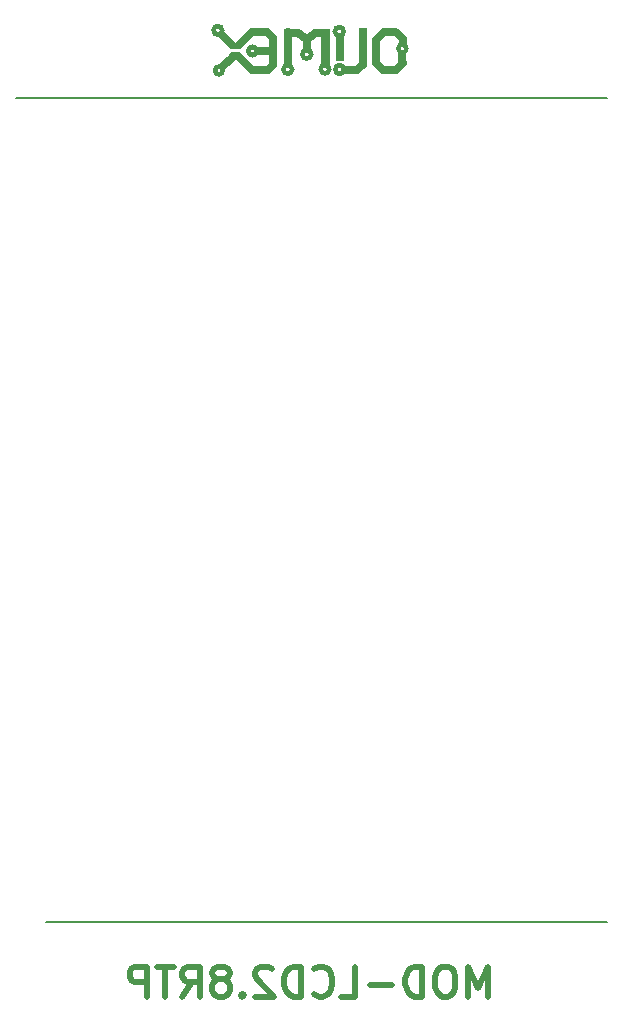
<source format=gbr>
G04 #@! TF.GenerationSoftware,KiCad,Pcbnew,5.1.6-c6e7f7d~87~ubuntu18.04.1*
G04 #@! TF.CreationDate,2022-09-30T15:40:45+03:00*
G04 #@! TF.ProjectId,MOD-LCD2.8RTP_Rev_C,4d4f442d-4c43-4443-922e-385254505f52,C*
G04 #@! TF.SameCoordinates,Original*
G04 #@! TF.FileFunction,Legend,Bot*
G04 #@! TF.FilePolarity,Positive*
%FSLAX46Y46*%
G04 Gerber Fmt 4.6, Leading zero omitted, Abs format (unit mm)*
G04 Created by KiCad (PCBNEW 5.1.6-c6e7f7d~87~ubuntu18.04.1) date 2022-09-30 15:40:45*
%MOMM*%
%LPD*%
G01*
G04 APERTURE LIST*
%ADD10C,0.508000*%
%ADD11C,0.200000*%
%ADD12C,0.100000*%
%ADD13C,0.700000*%
%ADD14C,0.400000*%
%ADD15C,0.500000*%
G04 APERTURE END LIST*
D10*
X84969047Y-139071047D02*
X84969047Y-136531047D01*
X84122380Y-138345333D01*
X83275714Y-136531047D01*
X83275714Y-139071047D01*
X81582380Y-136531047D02*
X81098571Y-136531047D01*
X80856666Y-136652000D01*
X80614761Y-136893904D01*
X80493809Y-137377714D01*
X80493809Y-138224380D01*
X80614761Y-138708190D01*
X80856666Y-138950095D01*
X81098571Y-139071047D01*
X81582380Y-139071047D01*
X81824285Y-138950095D01*
X82066190Y-138708190D01*
X82187142Y-138224380D01*
X82187142Y-137377714D01*
X82066190Y-136893904D01*
X81824285Y-136652000D01*
X81582380Y-136531047D01*
X79405238Y-139071047D02*
X79405238Y-136531047D01*
X78800476Y-136531047D01*
X78437619Y-136652000D01*
X78195714Y-136893904D01*
X78074761Y-137135809D01*
X77953809Y-137619619D01*
X77953809Y-137982476D01*
X78074761Y-138466285D01*
X78195714Y-138708190D01*
X78437619Y-138950095D01*
X78800476Y-139071047D01*
X79405238Y-139071047D01*
X76865238Y-138103428D02*
X74930000Y-138103428D01*
X72510952Y-139071047D02*
X73720476Y-139071047D01*
X73720476Y-136531047D01*
X70212857Y-138829142D02*
X70333809Y-138950095D01*
X70696666Y-139071047D01*
X70938571Y-139071047D01*
X71301428Y-138950095D01*
X71543333Y-138708190D01*
X71664285Y-138466285D01*
X71785238Y-137982476D01*
X71785238Y-137619619D01*
X71664285Y-137135809D01*
X71543333Y-136893904D01*
X71301428Y-136652000D01*
X70938571Y-136531047D01*
X70696666Y-136531047D01*
X70333809Y-136652000D01*
X70212857Y-136772952D01*
X69124285Y-139071047D02*
X69124285Y-136531047D01*
X68519523Y-136531047D01*
X68156666Y-136652000D01*
X67914761Y-136893904D01*
X67793809Y-137135809D01*
X67672857Y-137619619D01*
X67672857Y-137982476D01*
X67793809Y-138466285D01*
X67914761Y-138708190D01*
X68156666Y-138950095D01*
X68519523Y-139071047D01*
X69124285Y-139071047D01*
X66705238Y-136772952D02*
X66584285Y-136652000D01*
X66342380Y-136531047D01*
X65737619Y-136531047D01*
X65495714Y-136652000D01*
X65374761Y-136772952D01*
X65253809Y-137014857D01*
X65253809Y-137256761D01*
X65374761Y-137619619D01*
X66826190Y-139071047D01*
X65253809Y-139071047D01*
X64165238Y-138829142D02*
X64044285Y-138950095D01*
X64165238Y-139071047D01*
X64286190Y-138950095D01*
X64165238Y-138829142D01*
X64165238Y-139071047D01*
X62592857Y-137619619D02*
X62834761Y-137498666D01*
X62955714Y-137377714D01*
X63076666Y-137135809D01*
X63076666Y-137014857D01*
X62955714Y-136772952D01*
X62834761Y-136652000D01*
X62592857Y-136531047D01*
X62109047Y-136531047D01*
X61867142Y-136652000D01*
X61746190Y-136772952D01*
X61625238Y-137014857D01*
X61625238Y-137135809D01*
X61746190Y-137377714D01*
X61867142Y-137498666D01*
X62109047Y-137619619D01*
X62592857Y-137619619D01*
X62834761Y-137740571D01*
X62955714Y-137861523D01*
X63076666Y-138103428D01*
X63076666Y-138587238D01*
X62955714Y-138829142D01*
X62834761Y-138950095D01*
X62592857Y-139071047D01*
X62109047Y-139071047D01*
X61867142Y-138950095D01*
X61746190Y-138829142D01*
X61625238Y-138587238D01*
X61625238Y-138103428D01*
X61746190Y-137861523D01*
X61867142Y-137740571D01*
X62109047Y-137619619D01*
X59085238Y-139071047D02*
X59931904Y-137861523D01*
X60536666Y-139071047D02*
X60536666Y-136531047D01*
X59569047Y-136531047D01*
X59327142Y-136652000D01*
X59206190Y-136772952D01*
X59085238Y-137014857D01*
X59085238Y-137377714D01*
X59206190Y-137619619D01*
X59327142Y-137740571D01*
X59569047Y-137861523D01*
X60536666Y-137861523D01*
X58359523Y-136531047D02*
X56908095Y-136531047D01*
X57633809Y-139071047D02*
X57633809Y-136531047D01*
X56061428Y-139071047D02*
X56061428Y-136531047D01*
X55093809Y-136531047D01*
X54851904Y-136652000D01*
X54730952Y-136772952D01*
X54610000Y-137014857D01*
X54610000Y-137377714D01*
X54730952Y-137619619D01*
X54851904Y-137740571D01*
X55093809Y-137861523D01*
X56061428Y-137861523D01*
D11*
X95000000Y-63000000D02*
X45000000Y-63000000D01*
X47498000Y-132725000D02*
X95000000Y-132725000D01*
D12*
X66306700Y-57099200D02*
X64935100Y-57099200D01*
X64935100Y-57099200D02*
X64884300Y-57099200D01*
X64884300Y-57099200D02*
X63627000Y-58343800D01*
X67830700Y-57213500D02*
X67729100Y-57213500D01*
X67678300Y-57150000D02*
X67678300Y-57137300D01*
X67678300Y-57137300D02*
X68973700Y-57137300D01*
X68973700Y-57137300D02*
X68999100Y-57137300D01*
X68999100Y-57137300D02*
X69621400Y-57632600D01*
X67678300Y-60159900D02*
X67678300Y-57150000D01*
X71335900Y-57200800D02*
X71412100Y-57200800D01*
X71488300Y-57137300D02*
X70243700Y-57137300D01*
X70243700Y-57137300D02*
X69659500Y-57619900D01*
X71488300Y-60134500D02*
X71488300Y-57150000D01*
X72224900Y-59728100D02*
X72136000Y-59728100D01*
X72567800Y-59728100D02*
X72631300Y-59728100D01*
X72707500Y-59791600D02*
X72097900Y-59791600D01*
X72097900Y-59791600D02*
X72072500Y-59791600D01*
X72072500Y-59791600D02*
X72072500Y-57772300D01*
X72707500Y-57772300D02*
X72707500Y-59791600D01*
X74206100Y-57162700D02*
X74091800Y-57162700D01*
X74333100Y-57086500D02*
X74028300Y-57086500D01*
X74028300Y-57086500D02*
X74028300Y-60121800D01*
X74510900Y-57175400D02*
X74574400Y-57162700D01*
X74625200Y-57086500D02*
X74637900Y-57086500D01*
X74637900Y-57086500D02*
X74650600Y-57086500D01*
X74650600Y-57086500D02*
X74650600Y-60236100D01*
X74345800Y-57086500D02*
X74625200Y-57086500D01*
D13*
X74345800Y-60159900D02*
X74345800Y-57429400D01*
X68008500Y-57442100D02*
X68008500Y-60045600D01*
X76123800Y-57429400D02*
X77127100Y-57429400D01*
X75501500Y-58039000D02*
X75501500Y-59969400D01*
X77724000Y-58077100D02*
X77724000Y-58318400D01*
X77724000Y-60045600D02*
X77139800Y-60617100D01*
X77711300Y-60058300D02*
X77711300Y-59296300D01*
X77152500Y-60617100D02*
X76111100Y-60617100D01*
D14*
X65383659Y-59004200D02*
G75*
G03*
X65383659Y-59004200I-359659J0D01*
G01*
D13*
X65532000Y-59004200D02*
X66751200Y-59004200D01*
D14*
X62449735Y-57264300D02*
G75*
G03*
X62449735Y-57264300I-359435J0D01*
G01*
D13*
X62458600Y-57619900D02*
X63322200Y-58513600D01*
D15*
X63881000Y-58610500D02*
X63322200Y-58610500D01*
D13*
X64998600Y-57429400D02*
X63906400Y-58496200D01*
X66220500Y-57429400D02*
X64998600Y-57429400D01*
X66751200Y-57912000D02*
X66268600Y-57404000D01*
X66751200Y-57937400D02*
X66751200Y-60172600D01*
X66751200Y-60172600D02*
X66319400Y-60604400D01*
X66319400Y-60604400D02*
X64998600Y-60604400D01*
X64998600Y-60604400D02*
X63855600Y-59486800D01*
D15*
X63855600Y-59385200D02*
X63322200Y-59385200D01*
D13*
X62509400Y-60299600D02*
X63347600Y-59486800D01*
D14*
X62508666Y-60655200D02*
G75*
G03*
X62508666Y-60655200I-329466J0D01*
G01*
X68371729Y-60566300D02*
G75*
G03*
X68371729Y-60566300I-363229J0D01*
G01*
D13*
X68910200Y-57454800D02*
X68021200Y-57454800D01*
D14*
X69992318Y-59283600D02*
G75*
G03*
X69992318Y-59283600I-370918J0D01*
G01*
D13*
X69545200Y-57962800D02*
X68910200Y-57454800D01*
X69621400Y-58750200D02*
X69621400Y-58039000D01*
X70332600Y-57454800D02*
X69723000Y-57962800D01*
X71170800Y-57454800D02*
X70332600Y-57454800D01*
X71170800Y-60045600D02*
X71170800Y-57454800D01*
D14*
X71517759Y-60553600D02*
G75*
G03*
X71517759Y-60553600I-359659J0D01*
G01*
X72750818Y-57353200D02*
G75*
G03*
X72750818Y-57353200I-373518J0D01*
G01*
D13*
X72390000Y-57886600D02*
X72390000Y-59486800D01*
D14*
X72756324Y-60579000D02*
G75*
G03*
X72756324Y-60579000I-366324J0D01*
G01*
D13*
X72902800Y-60604400D02*
X73888600Y-60604400D01*
X73888600Y-60604400D02*
X74345800Y-60147200D01*
X75514200Y-60007500D02*
X76073000Y-60591700D01*
X76123800Y-57442100D02*
X75488800Y-58051700D01*
X77724000Y-58026300D02*
X77216000Y-57518300D01*
D14*
X78048747Y-58801000D02*
G75*
G03*
X78048747Y-58801000I-337447J0D01*
G01*
M02*

</source>
